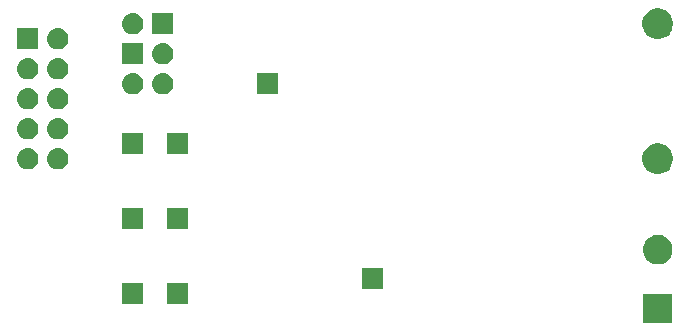
<source format=gbr>
G04 #@! TF.GenerationSoftware,KiCad,Pcbnew,5.1.4*
G04 #@! TF.CreationDate,2019-08-27T08:05:14+02:00*
G04 #@! TF.ProjectId,CS5490_UEXT,43533534-3930-45f5-9545-58542e6b6963,rev?*
G04 #@! TF.SameCoordinates,Original*
G04 #@! TF.FileFunction,Soldermask,Bot*
G04 #@! TF.FilePolarity,Negative*
%FSLAX46Y46*%
G04 Gerber Fmt 4.6, Leading zero omitted, Abs format (unit mm)*
G04 Created by KiCad (PCBNEW 5.1.4) date 2019-08-27 08:05:14*
%MOMM*%
%LPD*%
G04 APERTURE LIST*
%ADD10C,0.100000*%
G04 APERTURE END LIST*
D10*
G36*
X151111000Y-110471000D02*
G01*
X148609000Y-110471000D01*
X148609000Y-107969000D01*
X151111000Y-107969000D01*
X151111000Y-110471000D01*
X151111000Y-110471000D01*
G37*
G36*
X110121000Y-108851000D02*
G01*
X108319000Y-108851000D01*
X108319000Y-107049000D01*
X110121000Y-107049000D01*
X110121000Y-108851000D01*
X110121000Y-108851000D01*
G37*
G36*
X106311000Y-108851000D02*
G01*
X104509000Y-108851000D01*
X104509000Y-107049000D01*
X106311000Y-107049000D01*
X106311000Y-108851000D01*
X106311000Y-108851000D01*
G37*
G36*
X126631000Y-107581000D02*
G01*
X124829000Y-107581000D01*
X124829000Y-105779000D01*
X126631000Y-105779000D01*
X126631000Y-107581000D01*
X126631000Y-107581000D01*
G37*
G36*
X150224903Y-103017075D02*
G01*
X150452571Y-103111378D01*
X150657466Y-103248285D01*
X150831715Y-103422534D01*
X150968622Y-103627429D01*
X151062925Y-103855097D01*
X151111000Y-104096787D01*
X151111000Y-104343213D01*
X151062925Y-104584903D01*
X150968622Y-104812571D01*
X150831715Y-105017466D01*
X150657466Y-105191715D01*
X150452571Y-105328622D01*
X150452570Y-105328623D01*
X150452569Y-105328623D01*
X150224903Y-105422925D01*
X149983214Y-105471000D01*
X149736786Y-105471000D01*
X149495097Y-105422925D01*
X149267431Y-105328623D01*
X149267430Y-105328623D01*
X149267429Y-105328622D01*
X149062534Y-105191715D01*
X148888285Y-105017466D01*
X148751378Y-104812571D01*
X148657075Y-104584903D01*
X148609000Y-104343213D01*
X148609000Y-104096787D01*
X148657075Y-103855097D01*
X148751378Y-103627429D01*
X148888285Y-103422534D01*
X149062534Y-103248285D01*
X149267429Y-103111378D01*
X149495097Y-103017075D01*
X149736786Y-102969000D01*
X149983214Y-102969000D01*
X150224903Y-103017075D01*
X150224903Y-103017075D01*
G37*
G36*
X106311000Y-102501000D02*
G01*
X104509000Y-102501000D01*
X104509000Y-100699000D01*
X106311000Y-100699000D01*
X106311000Y-102501000D01*
X106311000Y-102501000D01*
G37*
G36*
X110121000Y-102501000D02*
G01*
X108319000Y-102501000D01*
X108319000Y-100699000D01*
X110121000Y-100699000D01*
X110121000Y-102501000D01*
X110121000Y-102501000D01*
G37*
G36*
X150239487Y-95268996D02*
G01*
X150476253Y-95367068D01*
X150476255Y-95367069D01*
X150689339Y-95509447D01*
X150870553Y-95690661D01*
X150996942Y-95879815D01*
X151012932Y-95903747D01*
X151111004Y-96140513D01*
X151161000Y-96391861D01*
X151161000Y-96648139D01*
X151111004Y-96899487D01*
X151012932Y-97136253D01*
X151012931Y-97136255D01*
X150870553Y-97349339D01*
X150689339Y-97530553D01*
X150476255Y-97672931D01*
X150476254Y-97672932D01*
X150476253Y-97672932D01*
X150239487Y-97771004D01*
X149988139Y-97821000D01*
X149731861Y-97821000D01*
X149480513Y-97771004D01*
X149243747Y-97672932D01*
X149243746Y-97672932D01*
X149243745Y-97672931D01*
X149030661Y-97530553D01*
X148849447Y-97349339D01*
X148707069Y-97136255D01*
X148707068Y-97136253D01*
X148608996Y-96899487D01*
X148559000Y-96648139D01*
X148559000Y-96391861D01*
X148608996Y-96140513D01*
X148707068Y-95903747D01*
X148723059Y-95879815D01*
X148849447Y-95690661D01*
X149030661Y-95509447D01*
X149243745Y-95367069D01*
X149243747Y-95367068D01*
X149480513Y-95268996D01*
X149731861Y-95219000D01*
X149988139Y-95219000D01*
X150239487Y-95268996D01*
X150239487Y-95268996D01*
G37*
G36*
X99170442Y-95625518D02*
G01*
X99236627Y-95632037D01*
X99406466Y-95683557D01*
X99562991Y-95767222D01*
X99598729Y-95796552D01*
X99700186Y-95879814D01*
X99783448Y-95981271D01*
X99812778Y-96017009D01*
X99896443Y-96173534D01*
X99947963Y-96343373D01*
X99965359Y-96520000D01*
X99947963Y-96696627D01*
X99896443Y-96866466D01*
X99812778Y-97022991D01*
X99783448Y-97058729D01*
X99700186Y-97160186D01*
X99598729Y-97243448D01*
X99562991Y-97272778D01*
X99406466Y-97356443D01*
X99236627Y-97407963D01*
X99170442Y-97414482D01*
X99104260Y-97421000D01*
X99015740Y-97421000D01*
X98949558Y-97414482D01*
X98883373Y-97407963D01*
X98713534Y-97356443D01*
X98557009Y-97272778D01*
X98521271Y-97243448D01*
X98419814Y-97160186D01*
X98336552Y-97058729D01*
X98307222Y-97022991D01*
X98223557Y-96866466D01*
X98172037Y-96696627D01*
X98154641Y-96520000D01*
X98172037Y-96343373D01*
X98223557Y-96173534D01*
X98307222Y-96017009D01*
X98336552Y-95981271D01*
X98419814Y-95879814D01*
X98521271Y-95796552D01*
X98557009Y-95767222D01*
X98713534Y-95683557D01*
X98883373Y-95632037D01*
X98949558Y-95625518D01*
X99015740Y-95619000D01*
X99104260Y-95619000D01*
X99170442Y-95625518D01*
X99170442Y-95625518D01*
G37*
G36*
X96630442Y-95625518D02*
G01*
X96696627Y-95632037D01*
X96866466Y-95683557D01*
X97022991Y-95767222D01*
X97058729Y-95796552D01*
X97160186Y-95879814D01*
X97243448Y-95981271D01*
X97272778Y-96017009D01*
X97356443Y-96173534D01*
X97407963Y-96343373D01*
X97425359Y-96520000D01*
X97407963Y-96696627D01*
X97356443Y-96866466D01*
X97272778Y-97022991D01*
X97243448Y-97058729D01*
X97160186Y-97160186D01*
X97058729Y-97243448D01*
X97022991Y-97272778D01*
X96866466Y-97356443D01*
X96696627Y-97407963D01*
X96630442Y-97414482D01*
X96564260Y-97421000D01*
X96475740Y-97421000D01*
X96409558Y-97414482D01*
X96343373Y-97407963D01*
X96173534Y-97356443D01*
X96017009Y-97272778D01*
X95981271Y-97243448D01*
X95879814Y-97160186D01*
X95796552Y-97058729D01*
X95767222Y-97022991D01*
X95683557Y-96866466D01*
X95632037Y-96696627D01*
X95614641Y-96520000D01*
X95632037Y-96343373D01*
X95683557Y-96173534D01*
X95767222Y-96017009D01*
X95796552Y-95981271D01*
X95879814Y-95879814D01*
X95981271Y-95796552D01*
X96017009Y-95767222D01*
X96173534Y-95683557D01*
X96343373Y-95632037D01*
X96409558Y-95625518D01*
X96475740Y-95619000D01*
X96564260Y-95619000D01*
X96630442Y-95625518D01*
X96630442Y-95625518D01*
G37*
G36*
X110121000Y-96151000D02*
G01*
X108319000Y-96151000D01*
X108319000Y-94349000D01*
X110121000Y-94349000D01*
X110121000Y-96151000D01*
X110121000Y-96151000D01*
G37*
G36*
X106311000Y-96151000D02*
G01*
X104509000Y-96151000D01*
X104509000Y-94349000D01*
X106311000Y-94349000D01*
X106311000Y-96151000D01*
X106311000Y-96151000D01*
G37*
G36*
X99170443Y-93085519D02*
G01*
X99236627Y-93092037D01*
X99406466Y-93143557D01*
X99562991Y-93227222D01*
X99598729Y-93256552D01*
X99700186Y-93339814D01*
X99783448Y-93441271D01*
X99812778Y-93477009D01*
X99896443Y-93633534D01*
X99947963Y-93803373D01*
X99965359Y-93980000D01*
X99947963Y-94156627D01*
X99896443Y-94326466D01*
X99812778Y-94482991D01*
X99783448Y-94518729D01*
X99700186Y-94620186D01*
X99598729Y-94703448D01*
X99562991Y-94732778D01*
X99406466Y-94816443D01*
X99236627Y-94867963D01*
X99170443Y-94874481D01*
X99104260Y-94881000D01*
X99015740Y-94881000D01*
X98949557Y-94874481D01*
X98883373Y-94867963D01*
X98713534Y-94816443D01*
X98557009Y-94732778D01*
X98521271Y-94703448D01*
X98419814Y-94620186D01*
X98336552Y-94518729D01*
X98307222Y-94482991D01*
X98223557Y-94326466D01*
X98172037Y-94156627D01*
X98154641Y-93980000D01*
X98172037Y-93803373D01*
X98223557Y-93633534D01*
X98307222Y-93477009D01*
X98336552Y-93441271D01*
X98419814Y-93339814D01*
X98521271Y-93256552D01*
X98557009Y-93227222D01*
X98713534Y-93143557D01*
X98883373Y-93092037D01*
X98949557Y-93085519D01*
X99015740Y-93079000D01*
X99104260Y-93079000D01*
X99170443Y-93085519D01*
X99170443Y-93085519D01*
G37*
G36*
X96630443Y-93085519D02*
G01*
X96696627Y-93092037D01*
X96866466Y-93143557D01*
X97022991Y-93227222D01*
X97058729Y-93256552D01*
X97160186Y-93339814D01*
X97243448Y-93441271D01*
X97272778Y-93477009D01*
X97356443Y-93633534D01*
X97407963Y-93803373D01*
X97425359Y-93980000D01*
X97407963Y-94156627D01*
X97356443Y-94326466D01*
X97272778Y-94482991D01*
X97243448Y-94518729D01*
X97160186Y-94620186D01*
X97058729Y-94703448D01*
X97022991Y-94732778D01*
X96866466Y-94816443D01*
X96696627Y-94867963D01*
X96630443Y-94874481D01*
X96564260Y-94881000D01*
X96475740Y-94881000D01*
X96409557Y-94874481D01*
X96343373Y-94867963D01*
X96173534Y-94816443D01*
X96017009Y-94732778D01*
X95981271Y-94703448D01*
X95879814Y-94620186D01*
X95796552Y-94518729D01*
X95767222Y-94482991D01*
X95683557Y-94326466D01*
X95632037Y-94156627D01*
X95614641Y-93980000D01*
X95632037Y-93803373D01*
X95683557Y-93633534D01*
X95767222Y-93477009D01*
X95796552Y-93441271D01*
X95879814Y-93339814D01*
X95981271Y-93256552D01*
X96017009Y-93227222D01*
X96173534Y-93143557D01*
X96343373Y-93092037D01*
X96409557Y-93085519D01*
X96475740Y-93079000D01*
X96564260Y-93079000D01*
X96630443Y-93085519D01*
X96630443Y-93085519D01*
G37*
G36*
X96630443Y-90545519D02*
G01*
X96696627Y-90552037D01*
X96866466Y-90603557D01*
X97022991Y-90687222D01*
X97058729Y-90716552D01*
X97160186Y-90799814D01*
X97243448Y-90901271D01*
X97272778Y-90937009D01*
X97356443Y-91093534D01*
X97407963Y-91263373D01*
X97425359Y-91440000D01*
X97407963Y-91616627D01*
X97356443Y-91786466D01*
X97272778Y-91942991D01*
X97243448Y-91978729D01*
X97160186Y-92080186D01*
X97058729Y-92163448D01*
X97022991Y-92192778D01*
X96866466Y-92276443D01*
X96696627Y-92327963D01*
X96630443Y-92334481D01*
X96564260Y-92341000D01*
X96475740Y-92341000D01*
X96409557Y-92334481D01*
X96343373Y-92327963D01*
X96173534Y-92276443D01*
X96017009Y-92192778D01*
X95981271Y-92163448D01*
X95879814Y-92080186D01*
X95796552Y-91978729D01*
X95767222Y-91942991D01*
X95683557Y-91786466D01*
X95632037Y-91616627D01*
X95614641Y-91440000D01*
X95632037Y-91263373D01*
X95683557Y-91093534D01*
X95767222Y-90937009D01*
X95796552Y-90901271D01*
X95879814Y-90799814D01*
X95981271Y-90716552D01*
X96017009Y-90687222D01*
X96173534Y-90603557D01*
X96343373Y-90552037D01*
X96409557Y-90545519D01*
X96475740Y-90539000D01*
X96564260Y-90539000D01*
X96630443Y-90545519D01*
X96630443Y-90545519D01*
G37*
G36*
X99170443Y-90545519D02*
G01*
X99236627Y-90552037D01*
X99406466Y-90603557D01*
X99562991Y-90687222D01*
X99598729Y-90716552D01*
X99700186Y-90799814D01*
X99783448Y-90901271D01*
X99812778Y-90937009D01*
X99896443Y-91093534D01*
X99947963Y-91263373D01*
X99965359Y-91440000D01*
X99947963Y-91616627D01*
X99896443Y-91786466D01*
X99812778Y-91942991D01*
X99783448Y-91978729D01*
X99700186Y-92080186D01*
X99598729Y-92163448D01*
X99562991Y-92192778D01*
X99406466Y-92276443D01*
X99236627Y-92327963D01*
X99170443Y-92334481D01*
X99104260Y-92341000D01*
X99015740Y-92341000D01*
X98949557Y-92334481D01*
X98883373Y-92327963D01*
X98713534Y-92276443D01*
X98557009Y-92192778D01*
X98521271Y-92163448D01*
X98419814Y-92080186D01*
X98336552Y-91978729D01*
X98307222Y-91942991D01*
X98223557Y-91786466D01*
X98172037Y-91616627D01*
X98154641Y-91440000D01*
X98172037Y-91263373D01*
X98223557Y-91093534D01*
X98307222Y-90937009D01*
X98336552Y-90901271D01*
X98419814Y-90799814D01*
X98521271Y-90716552D01*
X98557009Y-90687222D01*
X98713534Y-90603557D01*
X98883373Y-90552037D01*
X98949557Y-90545519D01*
X99015740Y-90539000D01*
X99104260Y-90539000D01*
X99170443Y-90545519D01*
X99170443Y-90545519D01*
G37*
G36*
X117741000Y-91071000D02*
G01*
X115939000Y-91071000D01*
X115939000Y-89269000D01*
X117741000Y-89269000D01*
X117741000Y-91071000D01*
X117741000Y-91071000D01*
G37*
G36*
X105520443Y-89275519D02*
G01*
X105586627Y-89282037D01*
X105756466Y-89333557D01*
X105912991Y-89417222D01*
X105948729Y-89446552D01*
X106050186Y-89529814D01*
X106133448Y-89631271D01*
X106162778Y-89667009D01*
X106246443Y-89823534D01*
X106297963Y-89993373D01*
X106315359Y-90170000D01*
X106297963Y-90346627D01*
X106246443Y-90516466D01*
X106162778Y-90672991D01*
X106133448Y-90708729D01*
X106050186Y-90810186D01*
X105948729Y-90893448D01*
X105912991Y-90922778D01*
X105756466Y-91006443D01*
X105586627Y-91057963D01*
X105520442Y-91064482D01*
X105454260Y-91071000D01*
X105365740Y-91071000D01*
X105299558Y-91064482D01*
X105233373Y-91057963D01*
X105063534Y-91006443D01*
X104907009Y-90922778D01*
X104871271Y-90893448D01*
X104769814Y-90810186D01*
X104686552Y-90708729D01*
X104657222Y-90672991D01*
X104573557Y-90516466D01*
X104522037Y-90346627D01*
X104504641Y-90170000D01*
X104522037Y-89993373D01*
X104573557Y-89823534D01*
X104657222Y-89667009D01*
X104686552Y-89631271D01*
X104769814Y-89529814D01*
X104871271Y-89446552D01*
X104907009Y-89417222D01*
X105063534Y-89333557D01*
X105233373Y-89282037D01*
X105299557Y-89275519D01*
X105365740Y-89269000D01*
X105454260Y-89269000D01*
X105520443Y-89275519D01*
X105520443Y-89275519D01*
G37*
G36*
X108060443Y-89275519D02*
G01*
X108126627Y-89282037D01*
X108296466Y-89333557D01*
X108452991Y-89417222D01*
X108488729Y-89446552D01*
X108590186Y-89529814D01*
X108673448Y-89631271D01*
X108702778Y-89667009D01*
X108786443Y-89823534D01*
X108837963Y-89993373D01*
X108855359Y-90170000D01*
X108837963Y-90346627D01*
X108786443Y-90516466D01*
X108702778Y-90672991D01*
X108673448Y-90708729D01*
X108590186Y-90810186D01*
X108488729Y-90893448D01*
X108452991Y-90922778D01*
X108296466Y-91006443D01*
X108126627Y-91057963D01*
X108060442Y-91064482D01*
X107994260Y-91071000D01*
X107905740Y-91071000D01*
X107839558Y-91064482D01*
X107773373Y-91057963D01*
X107603534Y-91006443D01*
X107447009Y-90922778D01*
X107411271Y-90893448D01*
X107309814Y-90810186D01*
X107226552Y-90708729D01*
X107197222Y-90672991D01*
X107113557Y-90516466D01*
X107062037Y-90346627D01*
X107044641Y-90170000D01*
X107062037Y-89993373D01*
X107113557Y-89823534D01*
X107197222Y-89667009D01*
X107226552Y-89631271D01*
X107309814Y-89529814D01*
X107411271Y-89446552D01*
X107447009Y-89417222D01*
X107603534Y-89333557D01*
X107773373Y-89282037D01*
X107839557Y-89275519D01*
X107905740Y-89269000D01*
X107994260Y-89269000D01*
X108060443Y-89275519D01*
X108060443Y-89275519D01*
G37*
G36*
X96630443Y-88005519D02*
G01*
X96696627Y-88012037D01*
X96866466Y-88063557D01*
X97022991Y-88147222D01*
X97058729Y-88176552D01*
X97160186Y-88259814D01*
X97243448Y-88361271D01*
X97272778Y-88397009D01*
X97356443Y-88553534D01*
X97407963Y-88723373D01*
X97425359Y-88900000D01*
X97407963Y-89076627D01*
X97356443Y-89246466D01*
X97272778Y-89402991D01*
X97243448Y-89438729D01*
X97160186Y-89540186D01*
X97058729Y-89623448D01*
X97022991Y-89652778D01*
X96866466Y-89736443D01*
X96696627Y-89787963D01*
X96630443Y-89794481D01*
X96564260Y-89801000D01*
X96475740Y-89801000D01*
X96409557Y-89794481D01*
X96343373Y-89787963D01*
X96173534Y-89736443D01*
X96017009Y-89652778D01*
X95981271Y-89623448D01*
X95879814Y-89540186D01*
X95796552Y-89438729D01*
X95767222Y-89402991D01*
X95683557Y-89246466D01*
X95632037Y-89076627D01*
X95614641Y-88900000D01*
X95632037Y-88723373D01*
X95683557Y-88553534D01*
X95767222Y-88397009D01*
X95796552Y-88361271D01*
X95879814Y-88259814D01*
X95981271Y-88176552D01*
X96017009Y-88147222D01*
X96173534Y-88063557D01*
X96343373Y-88012037D01*
X96409557Y-88005519D01*
X96475740Y-87999000D01*
X96564260Y-87999000D01*
X96630443Y-88005519D01*
X96630443Y-88005519D01*
G37*
G36*
X99170443Y-88005519D02*
G01*
X99236627Y-88012037D01*
X99406466Y-88063557D01*
X99562991Y-88147222D01*
X99598729Y-88176552D01*
X99700186Y-88259814D01*
X99783448Y-88361271D01*
X99812778Y-88397009D01*
X99896443Y-88553534D01*
X99947963Y-88723373D01*
X99965359Y-88900000D01*
X99947963Y-89076627D01*
X99896443Y-89246466D01*
X99812778Y-89402991D01*
X99783448Y-89438729D01*
X99700186Y-89540186D01*
X99598729Y-89623448D01*
X99562991Y-89652778D01*
X99406466Y-89736443D01*
X99236627Y-89787963D01*
X99170443Y-89794481D01*
X99104260Y-89801000D01*
X99015740Y-89801000D01*
X98949557Y-89794481D01*
X98883373Y-89787963D01*
X98713534Y-89736443D01*
X98557009Y-89652778D01*
X98521271Y-89623448D01*
X98419814Y-89540186D01*
X98336552Y-89438729D01*
X98307222Y-89402991D01*
X98223557Y-89246466D01*
X98172037Y-89076627D01*
X98154641Y-88900000D01*
X98172037Y-88723373D01*
X98223557Y-88553534D01*
X98307222Y-88397009D01*
X98336552Y-88361271D01*
X98419814Y-88259814D01*
X98521271Y-88176552D01*
X98557009Y-88147222D01*
X98713534Y-88063557D01*
X98883373Y-88012037D01*
X98949557Y-88005519D01*
X99015740Y-87999000D01*
X99104260Y-87999000D01*
X99170443Y-88005519D01*
X99170443Y-88005519D01*
G37*
G36*
X108060442Y-86735518D02*
G01*
X108126627Y-86742037D01*
X108296466Y-86793557D01*
X108452991Y-86877222D01*
X108488729Y-86906552D01*
X108590186Y-86989814D01*
X108673448Y-87091271D01*
X108702778Y-87127009D01*
X108786443Y-87283534D01*
X108837963Y-87453373D01*
X108855359Y-87630000D01*
X108837963Y-87806627D01*
X108786443Y-87976466D01*
X108702778Y-88132991D01*
X108673448Y-88168729D01*
X108590186Y-88270186D01*
X108488729Y-88353448D01*
X108452991Y-88382778D01*
X108296466Y-88466443D01*
X108126627Y-88517963D01*
X108060442Y-88524482D01*
X107994260Y-88531000D01*
X107905740Y-88531000D01*
X107839558Y-88524482D01*
X107773373Y-88517963D01*
X107603534Y-88466443D01*
X107447009Y-88382778D01*
X107411271Y-88353448D01*
X107309814Y-88270186D01*
X107226552Y-88168729D01*
X107197222Y-88132991D01*
X107113557Y-87976466D01*
X107062037Y-87806627D01*
X107044641Y-87630000D01*
X107062037Y-87453373D01*
X107113557Y-87283534D01*
X107197222Y-87127009D01*
X107226552Y-87091271D01*
X107309814Y-86989814D01*
X107411271Y-86906552D01*
X107447009Y-86877222D01*
X107603534Y-86793557D01*
X107773373Y-86742037D01*
X107839558Y-86735518D01*
X107905740Y-86729000D01*
X107994260Y-86729000D01*
X108060442Y-86735518D01*
X108060442Y-86735518D01*
G37*
G36*
X106311000Y-88531000D02*
G01*
X104509000Y-88531000D01*
X104509000Y-86729000D01*
X106311000Y-86729000D01*
X106311000Y-88531000D01*
X106311000Y-88531000D01*
G37*
G36*
X97421000Y-87261000D02*
G01*
X95619000Y-87261000D01*
X95619000Y-85459000D01*
X97421000Y-85459000D01*
X97421000Y-87261000D01*
X97421000Y-87261000D01*
G37*
G36*
X99170442Y-85465518D02*
G01*
X99236627Y-85472037D01*
X99406466Y-85523557D01*
X99562991Y-85607222D01*
X99598729Y-85636552D01*
X99700186Y-85719814D01*
X99783448Y-85821271D01*
X99812778Y-85857009D01*
X99896443Y-86013534D01*
X99947963Y-86183373D01*
X99965359Y-86360000D01*
X99947963Y-86536627D01*
X99896443Y-86706466D01*
X99812778Y-86862991D01*
X99783448Y-86898729D01*
X99700186Y-87000186D01*
X99598729Y-87083448D01*
X99562991Y-87112778D01*
X99406466Y-87196443D01*
X99236627Y-87247963D01*
X99170442Y-87254482D01*
X99104260Y-87261000D01*
X99015740Y-87261000D01*
X98949558Y-87254482D01*
X98883373Y-87247963D01*
X98713534Y-87196443D01*
X98557009Y-87112778D01*
X98521271Y-87083448D01*
X98419814Y-87000186D01*
X98336552Y-86898729D01*
X98307222Y-86862991D01*
X98223557Y-86706466D01*
X98172037Y-86536627D01*
X98154641Y-86360000D01*
X98172037Y-86183373D01*
X98223557Y-86013534D01*
X98307222Y-85857009D01*
X98336552Y-85821271D01*
X98419814Y-85719814D01*
X98521271Y-85636552D01*
X98557009Y-85607222D01*
X98713534Y-85523557D01*
X98883373Y-85472037D01*
X98949558Y-85465518D01*
X99015740Y-85459000D01*
X99104260Y-85459000D01*
X99170442Y-85465518D01*
X99170442Y-85465518D01*
G37*
G36*
X150239487Y-83838996D02*
G01*
X150476253Y-83937068D01*
X150476255Y-83937069D01*
X150689339Y-84079447D01*
X150870553Y-84260661D01*
X150996942Y-84449815D01*
X151012932Y-84473747D01*
X151111004Y-84710513D01*
X151161000Y-84961861D01*
X151161000Y-85218139D01*
X151111004Y-85469487D01*
X151053952Y-85607222D01*
X151012931Y-85706255D01*
X150870553Y-85919339D01*
X150689339Y-86100553D01*
X150476255Y-86242931D01*
X150476254Y-86242932D01*
X150476253Y-86242932D01*
X150239487Y-86341004D01*
X149988139Y-86391000D01*
X149731861Y-86391000D01*
X149480513Y-86341004D01*
X149243747Y-86242932D01*
X149243746Y-86242932D01*
X149243745Y-86242931D01*
X149030661Y-86100553D01*
X148849447Y-85919339D01*
X148707069Y-85706255D01*
X148666048Y-85607222D01*
X148608996Y-85469487D01*
X148559000Y-85218139D01*
X148559000Y-84961861D01*
X148608996Y-84710513D01*
X148707068Y-84473747D01*
X148723059Y-84449815D01*
X148849447Y-84260661D01*
X149030661Y-84079447D01*
X149243745Y-83937069D01*
X149243747Y-83937068D01*
X149480513Y-83838996D01*
X149731861Y-83789000D01*
X149988139Y-83789000D01*
X150239487Y-83838996D01*
X150239487Y-83838996D01*
G37*
G36*
X108851000Y-85991000D02*
G01*
X107049000Y-85991000D01*
X107049000Y-84189000D01*
X108851000Y-84189000D01*
X108851000Y-85991000D01*
X108851000Y-85991000D01*
G37*
G36*
X105520442Y-84195518D02*
G01*
X105586627Y-84202037D01*
X105756466Y-84253557D01*
X105912991Y-84337222D01*
X105948729Y-84366552D01*
X106050186Y-84449814D01*
X106133448Y-84551271D01*
X106162778Y-84587009D01*
X106246443Y-84743534D01*
X106297963Y-84913373D01*
X106315359Y-85090000D01*
X106297963Y-85266627D01*
X106246443Y-85436466D01*
X106162778Y-85592991D01*
X106133448Y-85628729D01*
X106050186Y-85730186D01*
X105948729Y-85813448D01*
X105912991Y-85842778D01*
X105756466Y-85926443D01*
X105586627Y-85977963D01*
X105520442Y-85984482D01*
X105454260Y-85991000D01*
X105365740Y-85991000D01*
X105299558Y-85984482D01*
X105233373Y-85977963D01*
X105063534Y-85926443D01*
X104907009Y-85842778D01*
X104871271Y-85813448D01*
X104769814Y-85730186D01*
X104686552Y-85628729D01*
X104657222Y-85592991D01*
X104573557Y-85436466D01*
X104522037Y-85266627D01*
X104504641Y-85090000D01*
X104522037Y-84913373D01*
X104573557Y-84743534D01*
X104657222Y-84587009D01*
X104686552Y-84551271D01*
X104769814Y-84449814D01*
X104871271Y-84366552D01*
X104907009Y-84337222D01*
X105063534Y-84253557D01*
X105233373Y-84202037D01*
X105299558Y-84195518D01*
X105365740Y-84189000D01*
X105454260Y-84189000D01*
X105520442Y-84195518D01*
X105520442Y-84195518D01*
G37*
M02*

</source>
